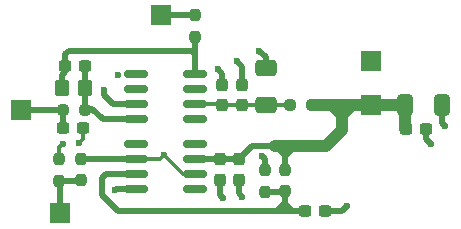
<source format=gbr>
%TF.GenerationSoftware,KiCad,Pcbnew,9.0.6*%
%TF.CreationDate,2025-12-21T15:01:31-05:00*%
%TF.ProjectId,olyntia,6f6c796e-7469-4612-9e6b-696361645f70,rev?*%
%TF.SameCoordinates,Original*%
%TF.FileFunction,Copper,L1,Top*%
%TF.FilePolarity,Positive*%
%FSLAX46Y46*%
G04 Gerber Fmt 4.6, Leading zero omitted, Abs format (unit mm)*
G04 Created by KiCad (PCBNEW 9.0.6) date 2025-12-21 15:01:31*
%MOMM*%
%LPD*%
G01*
G04 APERTURE LIST*
G04 Aperture macros list*
%AMRoundRect*
0 Rectangle with rounded corners*
0 $1 Rounding radius*
0 $2 $3 $4 $5 $6 $7 $8 $9 X,Y pos of 4 corners*
0 Add a 4 corners polygon primitive as box body*
4,1,4,$2,$3,$4,$5,$6,$7,$8,$9,$2,$3,0*
0 Add four circle primitives for the rounded corners*
1,1,$1+$1,$2,$3*
1,1,$1+$1,$4,$5*
1,1,$1+$1,$6,$7*
1,1,$1+$1,$8,$9*
0 Add four rect primitives between the rounded corners*
20,1,$1+$1,$2,$3,$4,$5,0*
20,1,$1+$1,$4,$5,$6,$7,0*
20,1,$1+$1,$6,$7,$8,$9,0*
20,1,$1+$1,$8,$9,$2,$3,0*%
G04 Aperture macros list end*
%TA.AperFunction,SMDPad,CuDef*%
%ADD10RoundRect,0.237500X-0.237500X0.300000X-0.237500X-0.300000X0.237500X-0.300000X0.237500X0.300000X0*%
%TD*%
%TA.AperFunction,SMDPad,CuDef*%
%ADD11RoundRect,0.237500X0.237500X-0.300000X0.237500X0.300000X-0.237500X0.300000X-0.237500X-0.300000X0*%
%TD*%
%TA.AperFunction,ComponentPad*%
%ADD12R,1.700000X1.700000*%
%TD*%
%TA.AperFunction,SMDPad,CuDef*%
%ADD13RoundRect,0.250000X-0.412500X-0.650000X0.412500X-0.650000X0.412500X0.650000X-0.412500X0.650000X0*%
%TD*%
%TA.AperFunction,SMDPad,CuDef*%
%ADD14RoundRect,0.237500X0.237500X-0.250000X0.237500X0.250000X-0.237500X0.250000X-0.237500X-0.250000X0*%
%TD*%
%TA.AperFunction,SMDPad,CuDef*%
%ADD15RoundRect,0.150000X-0.825000X-0.150000X0.825000X-0.150000X0.825000X0.150000X-0.825000X0.150000X0*%
%TD*%
%TA.AperFunction,SMDPad,CuDef*%
%ADD16RoundRect,0.237500X0.300000X0.237500X-0.300000X0.237500X-0.300000X-0.237500X0.300000X-0.237500X0*%
%TD*%
%TA.AperFunction,SMDPad,CuDef*%
%ADD17RoundRect,0.237500X-0.300000X-0.237500X0.300000X-0.237500X0.300000X0.237500X-0.300000X0.237500X0*%
%TD*%
%TA.AperFunction,SMDPad,CuDef*%
%ADD18RoundRect,0.237500X-0.237500X0.250000X-0.237500X-0.250000X0.237500X-0.250000X0.237500X0.250000X0*%
%TD*%
%TA.AperFunction,SMDPad,CuDef*%
%ADD19RoundRect,0.237500X0.250000X0.237500X-0.250000X0.237500X-0.250000X-0.237500X0.250000X-0.237500X0*%
%TD*%
%TA.AperFunction,SMDPad,CuDef*%
%ADD20RoundRect,0.237500X-0.250000X-0.237500X0.250000X-0.237500X0.250000X0.237500X-0.250000X0.237500X0*%
%TD*%
%TA.AperFunction,SMDPad,CuDef*%
%ADD21RoundRect,0.250000X0.350000X0.450000X-0.350000X0.450000X-0.350000X-0.450000X0.350000X-0.450000X0*%
%TD*%
%TA.AperFunction,SMDPad,CuDef*%
%ADD22RoundRect,0.250000X0.650000X-0.412500X0.650000X0.412500X-0.650000X0.412500X-0.650000X-0.412500X0*%
%TD*%
%TA.AperFunction,ViaPad*%
%ADD23C,0.600000*%
%TD*%
%TA.AperFunction,Conductor*%
%ADD24C,1.000000*%
%TD*%
%TA.AperFunction,Conductor*%
%ADD25C,0.500000*%
%TD*%
%TA.AperFunction,Conductor*%
%ADD26C,0.300000*%
%TD*%
G04 APERTURE END LIST*
D10*
%TO.P,C9,1*%
%TO.N,+5V*%
X86200000Y-109400000D03*
%TO.P,C9,2*%
%TO.N,GND*%
X86200000Y-111125000D03*
%TD*%
D11*
%TO.P,C10,1*%
%TO.N,Net-(U1-V+)*%
X84810600Y-104800400D03*
%TO.P,C10,2*%
%TO.N,GND*%
X84810600Y-103075400D03*
%TD*%
D12*
%TO.P,ADC1,1,Pin_1*%
%TO.N,Net-(ADC1-Pin_1)*%
X67763000Y-105237000D03*
%TD*%
D13*
%TO.P,C6,1*%
%TO.N,+5V*%
X100314466Y-104825800D03*
%TO.P,C6,2*%
%TO.N,GND*%
X103439466Y-104825800D03*
%TD*%
D12*
%TO.P,GND,1,Pin_1*%
%TO.N,GND*%
X97409000Y-101066600D03*
%TD*%
D14*
%TO.P,R5,1*%
%TO.N,Net-(RefElectrodePin1-Pin_1)*%
X71018400Y-111226600D03*
%TO.P,R5,2*%
%TO.N,GND*%
X71018400Y-109401600D03*
%TD*%
D11*
%TO.P,C4,1*%
%TO.N,Net-(U1-V+)*%
X86487000Y-104800400D03*
%TO.P,C4,2*%
%TO.N,GND*%
X86487000Y-103075400D03*
%TD*%
D14*
%TO.P,R6,1*%
%TO.N,Net-(U2-+)*%
X88442800Y-112141000D03*
%TO.P,R6,2*%
%TO.N,GND*%
X88442800Y-110316000D03*
%TD*%
D15*
%TO.P,U2,1*%
%TO.N,N/C*%
X77525000Y-108093700D03*
%TO.P,U2,2,-*%
%TO.N,Net-(U1-+)*%
X77525000Y-109363700D03*
%TO.P,U2,3,+*%
%TO.N,Net-(U2-+)*%
X77525000Y-110633700D03*
%TO.P,U2,4,V-*%
%TO.N,GND*%
X77525000Y-111903700D03*
%TO.P,U2,5*%
%TO.N,N/C*%
X82475000Y-111903700D03*
%TO.P,U2,6*%
%TO.N,Net-(U1-+)*%
X82475000Y-110633700D03*
%TO.P,U2,7,V+*%
%TO.N,+5V*%
X82475000Y-109363700D03*
%TO.P,U2,8*%
%TO.N,N/C*%
X82475000Y-108093700D03*
%TD*%
D16*
%TO.P,C1,1*%
%TO.N,Net-(C1-Pad1)*%
X73200000Y-101500000D03*
%TO.P,C1,2*%
%TO.N,Net-(U1--)*%
X71475000Y-101500000D03*
%TD*%
D12*
%TO.P,+5V_IN,1,Pin_1*%
%TO.N,+5V*%
X97409000Y-104825800D03*
%TD*%
D15*
%TO.P,U1,1,+*%
%TO.N,Net-(U1-+)*%
X77525000Y-102210900D03*
%TO.P,U1,2*%
%TO.N,N/C*%
X77525000Y-103480900D03*
%TO.P,U1,3,V-*%
%TO.N,GND*%
X77525000Y-104750900D03*
%TO.P,U1,4*%
%TO.N,Net-(C1-Pad1)*%
X77525000Y-106020900D03*
%TO.P,U1,5*%
%TO.N,N/C*%
X82475000Y-106020900D03*
%TO.P,U1,6,V+*%
%TO.N,Net-(U1-V+)*%
X82475000Y-104750900D03*
%TO.P,U1,7*%
%TO.N,N/C*%
X82475000Y-103480900D03*
%TO.P,U1,8,-*%
%TO.N,Net-(U1--)*%
X82475000Y-102210900D03*
%TD*%
D17*
%TO.P,C3,1*%
%TO.N,Net-(ADC1-Pin_1)*%
X71293600Y-106750800D03*
%TO.P,C3,2*%
%TO.N,GND*%
X73018600Y-106750800D03*
%TD*%
D12*
%TO.P,RE,1,Pin_1*%
%TO.N,Net-(RefElectrodePin1-Pin_1)*%
X71043800Y-113995200D03*
%TD*%
%TO.P,WE,1,Pin_1*%
%TO.N,Net-(WorkingElectrode1-Pin_1)*%
X79625000Y-97200000D03*
%TD*%
D18*
%TO.P,R4,1*%
%TO.N,Net-(U1-+)*%
X72821800Y-109376200D03*
%TO.P,R4,2*%
%TO.N,Net-(RefElectrodePin1-Pin_1)*%
X72821800Y-111201200D03*
%TD*%
D17*
%TO.P,C7,1*%
%TO.N,+5V*%
X100317524Y-106858068D03*
%TO.P,C7,2*%
%TO.N,GND*%
X102042524Y-106858068D03*
%TD*%
D19*
%TO.P,R8,1*%
%TO.N,+5V*%
X92376000Y-104825800D03*
%TO.P,R8,2*%
%TO.N,Net-(U1-V+)*%
X90551000Y-104825800D03*
%TD*%
D14*
%TO.P,R1,1*%
%TO.N,Net-(U1--)*%
X82475821Y-99025000D03*
%TO.P,R1,2*%
%TO.N,Net-(WorkingElectrode1-Pin_1)*%
X82475821Y-97200000D03*
%TD*%
D17*
%TO.P,C5,1*%
%TO.N,Net-(U2-+)*%
X91800000Y-113800000D03*
%TO.P,C5,2*%
%TO.N,GND*%
X93525000Y-113800000D03*
%TD*%
D20*
%TO.P,R2,1*%
%TO.N,Net-(ADC1-Pin_1)*%
X71318000Y-105200000D03*
%TO.P,R2,2*%
%TO.N,Net-(C1-Pad1)*%
X73143000Y-105200000D03*
%TD*%
D21*
%TO.P,R3,1*%
%TO.N,Net-(C1-Pad1)*%
X73200000Y-103400000D03*
%TO.P,R3,2*%
%TO.N,Net-(U1--)*%
X71200000Y-103400000D03*
%TD*%
D10*
%TO.P,C8,1*%
%TO.N,+5V*%
X84600000Y-109400000D03*
%TO.P,C8,2*%
%TO.N,GND*%
X84600000Y-111125000D03*
%TD*%
D18*
%TO.P,R7,1*%
%TO.N,+5V*%
X90087500Y-110287500D03*
%TO.P,R7,2*%
%TO.N,Net-(U2-+)*%
X90087500Y-112112500D03*
%TD*%
D22*
%TO.P,C2,1*%
%TO.N,Net-(U1-V+)*%
X88493600Y-104800400D03*
%TO.P,C2,2*%
%TO.N,GND*%
X88493600Y-101675400D03*
%TD*%
D23*
%TO.N,GND*%
X88188800Y-109169200D03*
X86512400Y-112572800D03*
X84836000Y-112699800D03*
X74777600Y-103505000D03*
X75742800Y-112039400D03*
X71323200Y-108102400D03*
X72669400Y-108051600D03*
X84404200Y-101777800D03*
X86029800Y-101117400D03*
X87909400Y-100203000D03*
X103657400Y-106578400D03*
X102514400Y-108127800D03*
X95377000Y-113360200D03*
%TO.N,Net-(U1-+)*%
X79857600Y-109042200D03*
X75971400Y-102260400D03*
%TD*%
D24*
%TO.N,+5V*%
X94107000Y-104825800D02*
X93254189Y-104825800D01*
X93254189Y-104825800D02*
X92376000Y-104825800D01*
X94033730Y-107820070D02*
X94917613Y-106936186D01*
X94945200Y-106908600D02*
X94945200Y-105664000D01*
X94917613Y-106936186D02*
X94945200Y-106908600D01*
X93573600Y-108280200D02*
X94033730Y-107820070D01*
X89306400Y-108280200D02*
X93573600Y-108280200D01*
D25*
%TO.N,GND*%
X75591700Y-104750900D02*
X77525000Y-104750900D01*
X74777600Y-103936800D02*
X75591700Y-104750900D01*
X74777600Y-103505000D02*
X74777600Y-103936800D01*
X88442800Y-109423200D02*
X88188800Y-109169200D01*
X88442800Y-110316000D02*
X88442800Y-109423200D01*
X86200000Y-112260400D02*
X86512400Y-112572800D01*
X86200000Y-111125000D02*
X86200000Y-112260400D01*
X84600000Y-112463800D02*
X84836000Y-112699800D01*
X84600000Y-111125000D02*
X84600000Y-112463800D01*
%TO.N,Net-(C1-Pad1)*%
X74677300Y-106020900D02*
X77525000Y-106020900D01*
X73799400Y-105143000D02*
X74677300Y-106020900D01*
X73200000Y-105143000D02*
X73799400Y-105143000D01*
%TO.N,GND*%
X75878500Y-111903700D02*
X75742800Y-112039400D01*
X77525000Y-111903700D02*
X75878500Y-111903700D01*
X94937200Y-113800000D02*
X95377000Y-113360200D01*
X93525000Y-113800000D02*
X94937200Y-113800000D01*
X88493600Y-100787200D02*
X87909400Y-100203000D01*
X88493600Y-101675400D02*
X88493600Y-100787200D01*
X86487000Y-101574600D02*
X86029800Y-101117400D01*
X86487000Y-103075400D02*
X86487000Y-101574600D01*
X84810600Y-102184200D02*
X84404200Y-101777800D01*
X84810600Y-103075400D02*
X84810600Y-102184200D01*
X103439466Y-106360466D02*
X103657400Y-106578400D01*
X103439466Y-104825800D02*
X103439466Y-106360466D01*
X102042524Y-107655924D02*
X102514400Y-108127800D01*
X102042524Y-106858068D02*
X102042524Y-107655924D01*
D26*
X73018600Y-107702400D02*
X72669400Y-108051600D01*
X73018600Y-106750800D02*
X73018600Y-107702400D01*
X71018400Y-108407200D02*
X71323200Y-108102400D01*
X71018400Y-109401600D02*
X71018400Y-108407200D01*
%TO.N,Net-(U1-+)*%
X81449100Y-110633700D02*
X79857600Y-109042200D01*
X82475000Y-110633700D02*
X81449100Y-110633700D01*
X79536100Y-109363700D02*
X79857600Y-109042200D01*
X77525000Y-109363700D02*
X79536100Y-109363700D01*
D25*
X72821800Y-109376200D02*
X77513800Y-109376200D01*
X77520800Y-109369200D02*
X77525000Y-109365000D01*
%TO.N,Net-(U2-+)*%
X90087500Y-113120900D02*
X89433400Y-113775000D01*
X90087500Y-112112500D02*
X90087500Y-113120900D01*
X90087500Y-113775000D02*
X89433400Y-113775000D01*
X90087500Y-113159100D02*
X90703400Y-113775000D01*
X90087500Y-112112500D02*
X90087500Y-113159100D01*
X90703400Y-113775000D02*
X91775000Y-113775000D01*
X90087500Y-112112500D02*
X90087500Y-113775000D01*
X90087500Y-113775000D02*
X90703400Y-113775000D01*
X90059000Y-112141000D02*
X90087500Y-112112500D01*
X88442800Y-112141000D02*
X90059000Y-112141000D01*
%TO.N,Net-(U1-+)*%
X77513800Y-109376200D02*
X77520800Y-109369200D01*
%TO.N,Net-(RefElectrodePin1-Pin_1)*%
X72796400Y-111226600D02*
X72821800Y-111201200D01*
X71018400Y-111226600D02*
X72796400Y-111226600D01*
X71043800Y-111252000D02*
X71018400Y-111226600D01*
X71043800Y-113995200D02*
X71043800Y-111252000D01*
D26*
%TO.N,Net-(U1-V+)*%
X90525600Y-104800400D02*
X90551000Y-104825800D01*
X88493600Y-104800400D02*
X90525600Y-104800400D01*
X86487000Y-104800400D02*
X88493600Y-104800400D01*
X84810600Y-104800400D02*
X86487000Y-104800400D01*
X84761100Y-104750900D02*
X84810600Y-104800400D01*
X82475000Y-104750900D02*
X84761100Y-104750900D01*
D25*
%TO.N,+5V*%
X87319800Y-108280200D02*
X86200000Y-109400000D01*
X89306400Y-108280200D02*
X87319800Y-108280200D01*
X84600000Y-109400000D02*
X86200000Y-109400000D01*
X90087500Y-109124700D02*
X90932000Y-108280200D01*
X90087500Y-110287500D02*
X90087500Y-109124700D01*
X90087500Y-109061300D02*
X89306400Y-108280200D01*
X90087500Y-110287500D02*
X90087500Y-109061300D01*
X90087500Y-110287500D02*
X90087500Y-108375500D01*
X90087500Y-108375500D02*
X89992200Y-108280200D01*
D24*
X95910400Y-104825800D02*
X94945200Y-104825800D01*
X95910400Y-104825800D02*
X95783400Y-104825800D01*
X95783400Y-104825800D02*
X94945200Y-105664000D01*
X94107000Y-104825800D02*
X94945200Y-105664000D01*
X94945200Y-105664000D02*
X94945200Y-104825800D01*
X94945200Y-104825800D02*
X94107000Y-104825800D01*
X97409000Y-104825800D02*
X95910400Y-104825800D01*
X97409000Y-104825800D02*
X100314466Y-104825800D01*
X100314466Y-104825800D02*
X100314466Y-106855010D01*
D25*
X84565000Y-109365000D02*
X84600000Y-109400000D01*
X82475000Y-109365000D02*
X84565000Y-109365000D01*
D24*
X100314466Y-106855010D02*
X100317524Y-106858068D01*
D25*
%TO.N,Net-(ADC1-Pin_1)*%
X67800000Y-105200000D02*
X67763000Y-105237000D01*
X71318000Y-105200000D02*
X71318000Y-106726400D01*
X71318000Y-105200000D02*
X67800000Y-105200000D01*
X71318000Y-106726400D02*
X71293600Y-106750800D01*
%TO.N,Net-(C1-Pad1)*%
X73200000Y-101500000D02*
X73200000Y-103300000D01*
X73200000Y-105143000D02*
X73143000Y-105200000D01*
X73200000Y-103400000D02*
X73200000Y-105143000D01*
%TO.N,Net-(U1--)*%
X82475000Y-102210900D02*
X82475000Y-99163913D01*
X82200000Y-100200000D02*
X82475000Y-100475000D01*
X71475000Y-101500000D02*
X71475000Y-102025000D01*
X71475000Y-101500000D02*
X71475000Y-100525000D01*
X71475000Y-102025000D02*
X71200000Y-102300000D01*
X71200000Y-102300000D02*
X71200000Y-103300000D01*
X82475000Y-99163913D02*
X82475821Y-99163092D01*
X82475000Y-100475000D02*
X82475000Y-102210900D01*
X71800000Y-100200000D02*
X82200000Y-100200000D01*
X71475000Y-100525000D02*
X71800000Y-100200000D01*
%TO.N,Net-(U2-+)*%
X74600000Y-111000000D02*
X74965000Y-110635000D01*
X91775000Y-113775000D02*
X91800000Y-113800000D01*
X74600000Y-112400000D02*
X74600000Y-111000000D01*
X75975000Y-113775000D02*
X74600000Y-112400000D01*
X74965000Y-110635000D02*
X77525000Y-110635000D01*
X89433400Y-113775000D02*
X75975000Y-113775000D01*
%TO.N,Net-(WorkingElectrode1-Pin_1)*%
X82400000Y-97200000D02*
X82425000Y-97175000D01*
X79625000Y-97200000D02*
X82475821Y-97200000D01*
%TD*%
M02*

</source>
